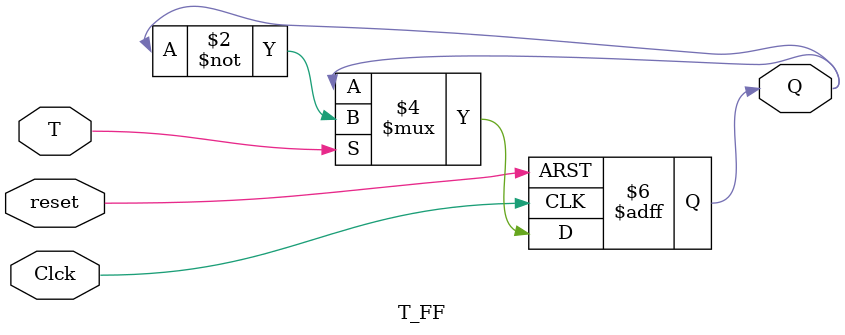
<source format=v>
module T_FF (T,Q,Clck,reset);
input wire T ;
input wire reset ;
input wire Clck ;
output reg Q ;
always @(negedge Clck or posedge reset ) begin
    if(reset)
    begin
        Q <= 0 ;
    end
    else
    begin
    if(T) begin
        Q <= ~ Q ;
    end
    else begin
        Q <= Q ;
    end
    end
end
    

    
endmodule
</source>
